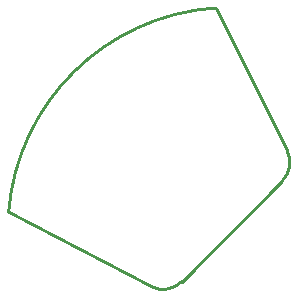
<source format=gbr>
G04 (created by PCBNEW (2013-jul-07)-stable) date Tue 08 Dec 2015 07:46:21 AM CST*
%MOIN*%
G04 Gerber Fmt 3.4, Leading zero omitted, Abs format*
%FSLAX34Y34*%
G01*
G70*
G90*
G04 APERTURE LIST*
%ADD10C,0.00590551*%
%ADD11C,0.00984252*%
G04 APERTURE END LIST*
G54D10*
G54D11*
X70893Y-19074D02*
X74232Y-15736D01*
X74399Y-14704D02*
X72027Y-9960D01*
X74400Y-14699D02*
G75*
G02X74236Y-15734I-793J-404D01*
G74*
G01*
X65118Y-16761D02*
X69852Y-19232D01*
X69861Y-19238D02*
G75*
G03X70895Y-19074I404J793D01*
G74*
G01*
X72027Y-9953D02*
G75*
G03X65118Y-16766I492J-7408D01*
G74*
G01*
M02*

</source>
